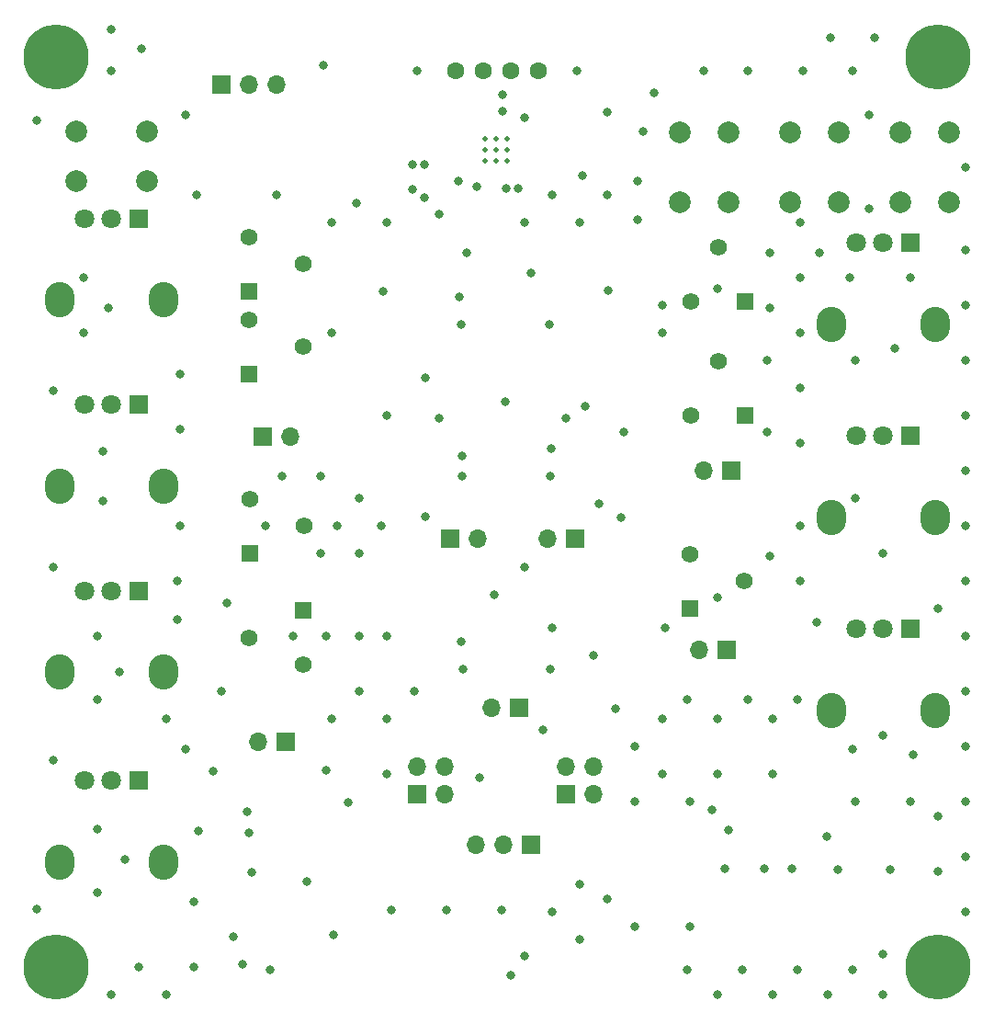
<source format=gbr>
%TF.GenerationSoftware,KiCad,Pcbnew,7.0.1-3b83917a11~172~ubuntu22.04.1*%
%TF.CreationDate,2023-04-03T22:42:05+01:00*%
%TF.ProjectId,adsr_vca_fx,61647372-5f76-4636-915f-66782e6b6963,rev?*%
%TF.SameCoordinates,Original*%
%TF.FileFunction,Copper,L2,Inr*%
%TF.FilePolarity,Positive*%
%FSLAX46Y46*%
G04 Gerber Fmt 4.6, Leading zero omitted, Abs format (unit mm)*
G04 Created by KiCad (PCBNEW 7.0.1-3b83917a11~172~ubuntu22.04.1) date 2023-04-03 22:42:05*
%MOMM*%
%LPD*%
G01*
G04 APERTURE LIST*
%TA.AperFunction,ComponentPad*%
%ADD10R,1.700000X1.700000*%
%TD*%
%TA.AperFunction,ComponentPad*%
%ADD11O,1.700000X1.700000*%
%TD*%
%TA.AperFunction,ComponentPad*%
%ADD12C,2.000000*%
%TD*%
%TA.AperFunction,ComponentPad*%
%ADD13C,6.000000*%
%TD*%
%TA.AperFunction,ComponentPad*%
%ADD14R,1.560000X1.560000*%
%TD*%
%TA.AperFunction,ComponentPad*%
%ADD15C,1.560000*%
%TD*%
%TA.AperFunction,ComponentPad*%
%ADD16O,2.720000X3.240000*%
%TD*%
%TA.AperFunction,ComponentPad*%
%ADD17R,1.800000X1.800000*%
%TD*%
%TA.AperFunction,ComponentPad*%
%ADD18C,1.800000*%
%TD*%
%TA.AperFunction,ComponentPad*%
%ADD19C,0.500000*%
%TD*%
%TA.AperFunction,ComponentPad*%
%ADD20C,1.600000*%
%TD*%
%TA.AperFunction,ViaPad*%
%ADD21C,0.800000*%
%TD*%
G04 APERTURE END LIST*
D10*
%TO.N,VDD*%
%TO.C,J1*%
X123784600Y-127152400D03*
D11*
%TO.N,GND*%
X121244600Y-127152400D03*
%TO.N,VSS*%
X118704600Y-127152400D03*
%TD*%
D12*
%TO.N,+3.3V*%
%TO.C,SW2*%
X137450000Y-68020000D03*
X137450000Y-61520000D03*
%TO.N,/EnvelopeGenerator/user_btn1*%
X141950000Y-68020000D03*
X141950000Y-61520000D03*
%TD*%
D13*
%TO.N,N/C*%
%TO.C,H3*%
X161290000Y-138430000D03*
%TD*%
D10*
%TO.N,/PowerSupply/-5V*%
%TO.C,J3*%
X113284000Y-122488750D03*
D11*
%TO.N,VSSA*%
X113284000Y-119948750D03*
%TO.N,VSS*%
X115824000Y-122488750D03*
%TO.N,VSSA*%
X115824000Y-119948750D03*
%TD*%
D14*
%TO.N,/AudioInput/audio_out*%
%TO.C,RV1*%
X102790000Y-105587600D03*
D15*
%TO.N,Net-(U1A--)*%
X97790000Y-108087600D03*
X102790000Y-110587600D03*
%TD*%
D16*
%TO.N,*%
%TO.C,RV3*%
X161010000Y-97025000D03*
X151410000Y-97025000D03*
D17*
%TO.N,/AudioOutput/audio_in2*%
X158710000Y-89525000D03*
D18*
%TO.N,Net-(R3-Pad1)*%
X156210000Y-89525000D03*
%TO.N,GND*%
X153710000Y-89525000D03*
%TD*%
D16*
%TO.N,*%
%TO.C,RV4*%
X161010000Y-114805000D03*
X151410000Y-114805000D03*
D17*
%TO.N,/AudioInput/audio_out*%
X158710000Y-107305000D03*
D18*
%TO.N,Net-(R4-Pad1)*%
X156210000Y-107305000D03*
%TO.N,GND*%
X153710000Y-107305000D03*
%TD*%
D11*
%TO.N,Net-(J5-Pin_2)*%
%TO.C,J5*%
X139294000Y-109220000D03*
D10*
%TO.N,GND*%
X141834000Y-109220000D03*
%TD*%
%TO.N,/AudioInput/peak_detect_out*%
%TO.C,JP1*%
X101142800Y-117652800D03*
D11*
%TO.N,/EnvelopeGenerator/peak_detect_gatecv*%
X98602800Y-117652800D03*
%TD*%
D16*
%TO.N,*%
%TO.C,RV12*%
X89890000Y-111275000D03*
X80290000Y-111275000D03*
D17*
%TO.N,+3.3V*%
X87590000Y-103775000D03*
D18*
%TO.N,/ADSRPots/env_in.sustain*%
X85090000Y-103775000D03*
%TO.N,GND*%
X82590000Y-103775000D03*
%TD*%
D10*
%TO.N,GND*%
%TO.C,J9*%
X127787800Y-98943600D03*
D11*
%TO.N,/AudioOutput/audio_in1*%
X125247800Y-98943600D03*
%TD*%
D12*
%TO.N,+3.3V*%
%TO.C,SW3*%
X147610000Y-68020000D03*
X147610000Y-61520000D03*
%TO.N,/EnvelopeGenerator/user_btn2*%
X152110000Y-68020000D03*
X152110000Y-61520000D03*
%TD*%
D14*
%TO.N,VDDA*%
%TO.C,RV6*%
X143510000Y-77170000D03*
D15*
%TO.N,Net-(R11-Pad1)*%
X141010000Y-72170000D03*
%TO.N,VSSA*%
X138510000Y-77170000D03*
%TD*%
D10*
%TO.N,GND*%
%TO.C,J10*%
X116347500Y-98948000D03*
D11*
%TO.N,/AudioOutput/audio_in2*%
X118887500Y-98948000D03*
%TD*%
D14*
%TO.N,Net-(U4A-+)*%
%TO.C,RV8*%
X138430000Y-105370000D03*
D15*
%TO.N,GND*%
X143430000Y-102870000D03*
%TO.N,Net-(U4A--)*%
X138430000Y-100370000D03*
%TD*%
D13*
%TO.N,N/C*%
%TO.C,H1*%
X161290000Y-54610000D03*
%TD*%
D16*
%TO.N,*%
%TO.C,RV11*%
X89890000Y-76969000D03*
X80290000Y-76969000D03*
D17*
%TO.N,+3.3V*%
X87590000Y-69469000D03*
D18*
%TO.N,/ADSRPots/env_in.attack*%
X85090000Y-69469000D03*
%TO.N,GND*%
X82590000Y-69469000D03*
%TD*%
D10*
%TO.N,GND*%
%TO.C,J8*%
X142240000Y-92710000D03*
D11*
%TO.N,Net-(J8-Pin_2)*%
X139700000Y-92710000D03*
%TD*%
D16*
%TO.N,*%
%TO.C,RV13*%
X89890000Y-94130000D03*
X80290000Y-94130000D03*
D17*
%TO.N,+3.3V*%
X87590000Y-86630000D03*
D18*
%TO.N,/ADSRPots/env_in.decay*%
X85090000Y-86630000D03*
%TO.N,GND*%
X82590000Y-86630000D03*
%TD*%
D16*
%TO.N,*%
%TO.C,RV14*%
X89890000Y-128775000D03*
X80290000Y-128775000D03*
D17*
%TO.N,+3.3V*%
X87590000Y-121275000D03*
D18*
%TO.N,/ADSRPots/env_in.release*%
X85090000Y-121275000D03*
%TO.N,GND*%
X82590000Y-121275000D03*
%TD*%
D12*
%TO.N,+3.3V*%
%TO.C,SW1*%
X81840000Y-61504000D03*
X88340000Y-61504000D03*
%TO.N,/EnvelopeGenerator/manual_gate_cv*%
X81840000Y-66004000D03*
X88340000Y-66004000D03*
%TD*%
D14*
%TO.N,Net-(J7-Pin_2)*%
%TO.C,RV9*%
X97790000Y-83812000D03*
D15*
%TO.N,Net-(U5B--)*%
X102790000Y-81312000D03*
X97790000Y-78812000D03*
%TD*%
D14*
%TO.N,Net-(U4C-+)*%
%TO.C,RV7*%
X97870000Y-100290000D03*
D15*
%TO.N,GND*%
X102870000Y-97790000D03*
%TO.N,Net-(U4C--)*%
X97870000Y-95290000D03*
%TD*%
D13*
%TO.N,N/C*%
%TO.C,H4*%
X80010000Y-138430000D03*
%TD*%
D19*
%TO.N,GND*%
%TO.C,U3*%
X121526000Y-62149500D03*
X120526000Y-62149500D03*
X119526000Y-62149500D03*
X121526000Y-63149500D03*
X120526000Y-63149500D03*
X119526000Y-63149500D03*
X121526000Y-64149500D03*
X120526000Y-64149500D03*
X119526000Y-64149500D03*
%TD*%
D14*
%TO.N,VDDA*%
%TO.C,RV5*%
X97790000Y-76192000D03*
D15*
%TO.N,Net-(R10-Pad1)*%
X102790000Y-73692000D03*
%TO.N,VSSA*%
X97790000Y-71192000D03*
%TD*%
D12*
%TO.N,+3.3V*%
%TO.C,SW4*%
X157770000Y-68020000D03*
X157770000Y-61520000D03*
%TO.N,/EnvelopeGenerator/user_btn3*%
X162270000Y-68020000D03*
X162270000Y-61520000D03*
%TD*%
D16*
%TO.N,*%
%TO.C,RV2*%
X161010000Y-79245000D03*
X151410000Y-79245000D03*
D17*
%TO.N,/AudioOutput/audio_in1*%
X158710000Y-71745000D03*
D18*
%TO.N,Net-(R2-Pad1)*%
X156210000Y-71745000D03*
%TO.N,GND*%
X153710000Y-71745000D03*
%TD*%
D10*
%TO.N,/PowerSupply/PolarityProtection/VOUT*%
%TO.C,J2*%
X127000000Y-122488750D03*
D11*
%TO.N,VDDA*%
X127000000Y-119948750D03*
%TO.N,/PowerSupply/+5V*%
X129540000Y-122488750D03*
%TO.N,VDDA*%
X129540000Y-119948750D03*
%TD*%
D14*
%TO.N,Net-(J8-Pin_2)*%
%TO.C,RV10*%
X143510000Y-87630000D03*
D15*
%TO.N,Net-(U5A--)*%
X141010000Y-82630000D03*
X138510000Y-87630000D03*
%TD*%
D10*
%TO.N,GND*%
%TO.C,J7*%
X99060000Y-89567000D03*
D11*
%TO.N,Net-(J7-Pin_2)*%
X101600000Y-89567000D03*
%TD*%
D20*
%TO.N,GND*%
%TO.C,J11*%
X116787800Y-55880000D03*
%TO.N,+3.3V*%
X119327800Y-55880000D03*
%TO.N,/EnvelopeGenerator/displaybus.sda*%
X121867800Y-55880000D03*
%TO.N,/EnvelopeGenerator/displaybus.scl*%
X124453800Y-55880000D03*
%TD*%
D13*
%TO.N,N/C*%
%TO.C,H2*%
X80010000Y-54610000D03*
%TD*%
D10*
%TO.N,GND*%
%TO.C,J4*%
X122682000Y-114554000D03*
D11*
%TO.N,Net-(J4-Pin_2)*%
X120142000Y-114554000D03*
%TD*%
%TO.N,+3.3V*%
%TO.C,J12*%
X100345000Y-57150000D03*
%TO.N,/EnvelopeGenerator/boot0*%
X97805000Y-57150000D03*
D10*
%TO.N,Net-(J12-Pin_1)*%
X95265000Y-57150000D03*
%TD*%
D21*
%TO.N,GND*%
X136144000Y-107188000D03*
X115316000Y-69088000D03*
X120396000Y-104140000D03*
X94488000Y-120396000D03*
X121920000Y-139192000D03*
X117856000Y-72644000D03*
X115316000Y-87884000D03*
X121412000Y-86360000D03*
X127000000Y-87884000D03*
X132080000Y-97028000D03*
X129540000Y-109728000D03*
X91948000Y-118364000D03*
X150368000Y-72644000D03*
X154940000Y-68580000D03*
X154940000Y-59944000D03*
X135128000Y-57912000D03*
X134112000Y-61468000D03*
X133604000Y-66040000D03*
X133604000Y-69596000D03*
X128524000Y-65532000D03*
X107696000Y-68072000D03*
X91948000Y-59944000D03*
X79756000Y-85344000D03*
X79756000Y-119380000D03*
X79756000Y-101600000D03*
X78232000Y-133096000D03*
X153416000Y-138684000D03*
X148336000Y-138684000D03*
X143256000Y-138684000D03*
X138176000Y-138684000D03*
X153416000Y-118364000D03*
X159004000Y-118872000D03*
X148336000Y-113792000D03*
X138176000Y-113792000D03*
X143764000Y-113792000D03*
X145796000Y-100584000D03*
X145796000Y-77724000D03*
X145796000Y-72644000D03*
X83820000Y-131572000D03*
X83820000Y-113792000D03*
X84328000Y-95504000D03*
X84328000Y-90932000D03*
X84836000Y-77724000D03*
X78232000Y-60452000D03*
X104648000Y-55372000D03*
%TO.N,VDDA*%
X125684000Y-107203000D03*
X125628400Y-90678000D03*
X128777500Y-86816700D03*
X114046000Y-84175600D03*
X110126400Y-76192000D03*
X117363000Y-79263000D03*
%TO.N,GND*%
X110932000Y-133155000D03*
X110490000Y-87630000D03*
X146050000Y-120650000D03*
X105410000Y-115570000D03*
X158750000Y-74930000D03*
X151130000Y-140970000D03*
X132334000Y-89154000D03*
X82550000Y-80010000D03*
X100838000Y-93218000D03*
X125730000Y-133350000D03*
X123190000Y-69850000D03*
X163830000Y-87630000D03*
X148590000Y-80010000D03*
X97754000Y-126045000D03*
X148590000Y-85090000D03*
X140970000Y-120650000D03*
X133350000Y-134726000D03*
X130810000Y-132186000D03*
X156892800Y-129471200D03*
X161290000Y-105410000D03*
X163830000Y-64770000D03*
X91440000Y-83820000D03*
X163830000Y-128270000D03*
X105410000Y-69850000D03*
X101854000Y-107950000D03*
X91440000Y-97790000D03*
X113030000Y-113030000D03*
X91186000Y-106426000D03*
X110490000Y-69850000D03*
X110490000Y-115570000D03*
X163830000Y-113030000D03*
X85090000Y-55880000D03*
X145542000Y-82550000D03*
X97180400Y-138176000D03*
X145542000Y-89154000D03*
X125730000Y-67310000D03*
X163830000Y-77470000D03*
X138430000Y-134726000D03*
X124866400Y-116611400D03*
X128270000Y-130810000D03*
X161290000Y-124566000D03*
X106883200Y-123240800D03*
X138430000Y-123190000D03*
X148590000Y-69850000D03*
X152066800Y-129471200D03*
X133350000Y-123190000D03*
X91186000Y-102870000D03*
X128270000Y-69850000D03*
X117094000Y-66040000D03*
X163830000Y-102870000D03*
X130810000Y-67310000D03*
X130860800Y-76098400D03*
X83820000Y-125730000D03*
X145288000Y-129392000D03*
X147828000Y-129392000D03*
X104394000Y-93218000D03*
X103124000Y-130556000D03*
X107950000Y-107950000D03*
X95250000Y-113030000D03*
X91440000Y-88900000D03*
X85090000Y-52070000D03*
X107950000Y-100330000D03*
X156210000Y-140970000D03*
X153670000Y-95250000D03*
X107950000Y-95250000D03*
X153670000Y-123190000D03*
X139700000Y-55880000D03*
X148590000Y-74930000D03*
X140970000Y-75946000D03*
X96316800Y-135636000D03*
X163830000Y-107950000D03*
X163830000Y-72390000D03*
X140970000Y-104394000D03*
X86360000Y-128524000D03*
X105410000Y-80010000D03*
X151384000Y-52832000D03*
X163830000Y-82550000D03*
X146050000Y-140970000D03*
X148844000Y-55880000D03*
X163830000Y-133350000D03*
X125578000Y-111034000D03*
X156210000Y-137266000D03*
X135890000Y-115570000D03*
X143764000Y-55880000D03*
X87630000Y-138430000D03*
X148590000Y-90170000D03*
X113284000Y-55880000D03*
X153416000Y-55880000D03*
X92710000Y-138430000D03*
X128016000Y-55880000D03*
X135890000Y-77470000D03*
X123204500Y-60208438D03*
X163830000Y-123190000D03*
X110490000Y-107950000D03*
X104902000Y-107950000D03*
X99695000Y-138677000D03*
X161290000Y-129646000D03*
X155448000Y-52832000D03*
X97993200Y-129692400D03*
X105918000Y-97790000D03*
X153670000Y-82550000D03*
X105537000Y-135502000D03*
X116012000Y-133155000D03*
X92710000Y-132384800D03*
X110490000Y-120650000D03*
X140970000Y-140970000D03*
X87884000Y-53848000D03*
X163830000Y-97790000D03*
X153162000Y-74930000D03*
X85090000Y-140970000D03*
X83820000Y-107950000D03*
X99314000Y-97790000D03*
X121026000Y-133155000D03*
X131521200Y-114655600D03*
X95758000Y-104902000D03*
X90170000Y-140970000D03*
X163830000Y-92710000D03*
X85852000Y-111252000D03*
X109982000Y-97790000D03*
X148590000Y-97790000D03*
X90170000Y-115570000D03*
X133350000Y-118110000D03*
X146050000Y-115570000D03*
X163830000Y-118110000D03*
X107950000Y-113030000D03*
X82550000Y-74930000D03*
X148590000Y-102870000D03*
X135890000Y-80010000D03*
X130810000Y-59690000D03*
X156210000Y-117094000D03*
X104394000Y-100330000D03*
X158750000Y-123190000D03*
X128270000Y-135890000D03*
X135890000Y-120650000D03*
X140970000Y-115570000D03*
%TO.N,VSSA*%
X129997200Y-95758000D03*
X114046000Y-96977200D03*
X117449600Y-91389200D03*
X117500400Y-110998000D03*
X123799600Y-74472800D03*
%TO.N,+3.3V*%
X97632000Y-124145000D03*
X104851200Y-120275061D03*
X121158000Y-58039000D03*
X118770800Y-66507800D03*
%TO.N,/EnvelopeGenerator/adsr_env_out2*%
X113962000Y-64516000D03*
X113962000Y-67564000D03*
%TO.N,/EnvelopeGenerator/adsr_env_out1*%
X112878000Y-66802000D03*
X112878000Y-64516000D03*
%TO.N,/PowerSupply/+5V*%
X93121000Y-125857000D03*
X123190000Y-137407000D03*
%TO.N,Net-(D3-A)*%
X118999000Y-120964750D03*
%TO.N,/AudioOutput/audio_in2*%
X123190000Y-101600000D03*
%TO.N,/EnvelopeGenerator/swdio*%
X121437400Y-66700400D03*
%TO.N,/EnvelopeGenerator/swclk*%
X122580400Y-66700400D03*
%TO.N,/EnvelopeGenerator/reset*%
X121158000Y-59563000D03*
%TO.N,Net-(U1B--)*%
X150089000Y-106680000D03*
X157322500Y-81437500D03*
X156210000Y-100330000D03*
%TO.N,Net-(U1A--)*%
X117344000Y-108473000D03*
%TO.N,/EnvelopeGenerator/manual_gate_cv*%
X92913200Y-67284600D03*
X100330000Y-67310000D03*
%TO.N,Net-(U6-SW)*%
X141652800Y-129344200D03*
X151028400Y-126394800D03*
X141986000Y-125836000D03*
%TO.N,Net-(U5B--)*%
X117196000Y-76744000D03*
%TO.N,Net-(U5A--)*%
X125451000Y-79284000D03*
%TO.N,Net-(R16-Pad2)*%
X117450000Y-93254000D03*
%TO.N,Net-(R18-Pad2)*%
X125557000Y-93233000D03*
%TO.N,/PowerSupply/PolarityProtection/VOUT*%
X140462000Y-123931000D03*
%TD*%
M02*

</source>
